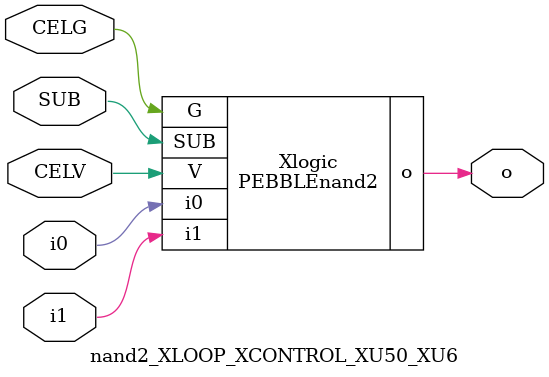
<source format=v>



module PEBBLEnand2 ( o, G, SUB, V, i0, i1 );

  input i0;
  input V;
  input i1;
  input G;
  output o;
  input SUB;
endmodule

//Celera Confidential Do Not Copy nand2_XLOOP_XCONTROL_XU50_XU6
//Celera Confidential Symbol Generator
//5V NAND2
module nand2_XLOOP_XCONTROL_XU50_XU6 (CELV,CELG,i0,i1,o,SUB);
input CELV;
input CELG;
input i0;
input i1;
input SUB;
output o;

//Celera Confidential Do Not Copy nand2
PEBBLEnand2 Xlogic(
.V (CELV),
.i0 (i0),
.i1 (i1),
.o (o),
.SUB (SUB),
.G (CELG)
);
//,diesize,PEBBLEnand2

//Celera Confidential Do Not Copy Module End
//Celera Schematic Generator
endmodule

</source>
